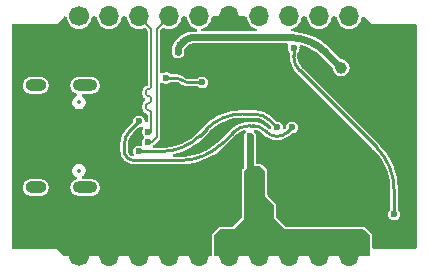
<source format=gbl>
%TF.GenerationSoftware,KiCad,Pcbnew,8.0.2*%
%TF.CreationDate,2025-03-04T21:54:34+01:00*%
%TF.ProjectId,USB-C_PD_Module,5553422d-435f-4504-945f-4d6f64756c65,rev?*%
%TF.SameCoordinates,Original*%
%TF.FileFunction,Copper,L4,Bot*%
%TF.FilePolarity,Positive*%
%FSLAX46Y46*%
G04 Gerber Fmt 4.6, Leading zero omitted, Abs format (unit mm)*
G04 Created by KiCad (PCBNEW 8.0.2) date 2025-03-04 21:54:34*
%MOMM*%
%LPD*%
G01*
G04 APERTURE LIST*
%TA.AperFunction,ComponentPad*%
%ADD10C,1.700000*%
%TD*%
%TA.AperFunction,ComponentPad*%
%ADD11O,1.700000X1.700000*%
%TD*%
%TA.AperFunction,ComponentPad*%
%ADD12O,2.100000X1.000000*%
%TD*%
%TA.AperFunction,ComponentPad*%
%ADD13O,1.800000X1.000000*%
%TD*%
%TA.AperFunction,ViaPad*%
%ADD14C,0.600000*%
%TD*%
%TA.AperFunction,ViaPad*%
%ADD15C,1.000000*%
%TD*%
%TA.AperFunction,Conductor*%
%ADD16C,0.228600*%
%TD*%
%TA.AperFunction,Conductor*%
%ADD17C,0.200000*%
%TD*%
%TA.AperFunction,Conductor*%
%ADD18C,0.609600*%
%TD*%
%ADD19C,0.300000*%
%ADD20C,0.350000*%
%ADD21O,1.700000X0.600000*%
%ADD22O,1.400000X0.600000*%
G04 APERTURE END LIST*
D10*
%TO.P,J3,1,Pin_1*%
%TO.N,/Connector/FAULT*%
X147009600Y-99370401D03*
D11*
%TO.P,J3,2,Pin_2*%
%TO.N,/Connector/FLIP*%
X149549600Y-99370401D03*
%TO.P,J3,3,Pin_3*%
%TO.N,/D-*%
X152089600Y-99370401D03*
%TO.P,J3,4,Pin_4*%
%TO.N,/D+*%
X154629600Y-99370401D03*
%TO.P,J3,5,Pin_5*%
%TO.N,+3V3*%
X157169600Y-99370401D03*
%TO.P,J3,6,Pin_6*%
%TO.N,GND*%
X159709600Y-99370401D03*
%TO.P,J3,7,Pin_7*%
%TO.N,/Connector/ISNK_FINE*%
X162249600Y-99370401D03*
%TO.P,J3,8,Pin_8*%
%TO.N,/Connector/ISNK_COARSE*%
X164789600Y-99370401D03*
%TO.P,J3,9,Pin_9*%
%TO.N,/Connector/VBUS_MAX*%
X167329600Y-99370401D03*
%TO.P,J3,10,Pin_10*%
%TO.N,/Connector/VBUS_MIN*%
X169869600Y-99370401D03*
%TD*%
D12*
%TO.P,J1,S1,SHIELD*%
%TO.N,unconnected-(J1-SHIELD-PadS1)_0*%
X147509600Y-105210401D03*
D13*
%TO.N,unconnected-(J1-SHIELD-PadS1)*%
X143329600Y-105210401D03*
D12*
%TO.N,unconnected-(J1-SHIELD-PadS1)_2*%
X147509600Y-113850401D03*
D13*
%TO.N,unconnected-(J1-SHIELD-PadS1)_1*%
X143329600Y-113850401D03*
%TD*%
D10*
%TO.P,J2,1,Pin_1*%
%TO.N,GND*%
X147014600Y-119690401D03*
D11*
%TO.P,J2,2,Pin_2*%
X149554600Y-119690401D03*
%TO.P,J2,3,Pin_3*%
X152094600Y-119690401D03*
%TO.P,J2,4,Pin_4*%
X154634600Y-119690401D03*
%TO.P,J2,5,Pin_5*%
X157174600Y-119690401D03*
%TO.P,J2,6,Pin_6*%
%TO.N,VBUSOUT*%
X159714600Y-119690401D03*
%TO.P,J2,7,Pin_7*%
X162254600Y-119690401D03*
%TO.P,J2,8,Pin_8*%
X164794600Y-119690401D03*
%TO.P,J2,9,Pin_9*%
X167334600Y-119690401D03*
%TO.P,J2,10,Pin_10*%
X169874600Y-119690401D03*
%TD*%
D14*
%TO.N,/USB-C Connector and Protection/CC1*%
X165043600Y-108768401D03*
X152089600Y-108260401D03*
%TO.N,GND*%
X141929600Y-118420401D03*
X144469600Y-115880401D03*
X174949600Y-108260401D03*
X148279600Y-117150401D03*
X141929600Y-112070401D03*
X157169600Y-108260401D03*
X149295600Y-114356401D03*
X149295600Y-113594401D03*
X141929600Y-109530401D03*
X149549600Y-115880401D03*
X174949600Y-110800401D03*
X149295600Y-112832401D03*
X173679600Y-104450401D03*
X144404600Y-109530401D03*
X143199600Y-110800401D03*
X171647600Y-104958401D03*
X146247600Y-100640401D03*
X158947600Y-109022401D03*
X143199600Y-117150401D03*
X141929600Y-115880401D03*
X145739600Y-108260401D03*
X173679600Y-106990401D03*
X158047142Y-106863401D03*
X144469600Y-112070401D03*
X174949600Y-115880401D03*
X155899600Y-106990401D03*
X141929600Y-106990401D03*
X169615600Y-109022401D03*
X171647600Y-107498401D03*
X149295600Y-106228401D03*
X172409600Y-108260401D03*
X174949600Y-105720401D03*
X144469600Y-106990401D03*
X166567600Y-109022401D03*
X149295600Y-104704401D03*
X149295600Y-105466401D03*
X174949600Y-113340401D03*
X160979600Y-103180401D03*
X143199600Y-108260401D03*
X158439600Y-103180401D03*
X155391600Y-112578401D03*
X150819600Y-117150401D03*
X147009600Y-115880401D03*
X171647600Y-102418401D03*
X174949600Y-118420401D03*
X144469600Y-118420401D03*
D15*
X164977100Y-105538401D03*
D14*
X172409600Y-118420401D03*
X172409600Y-105720401D03*
X151784800Y-109561318D03*
X145739600Y-110800401D03*
X173679600Y-109530401D03*
X156915600Y-112197401D03*
X145739600Y-117150401D03*
X168091600Y-114102401D03*
%TO.N,/D-*%
X152851600Y-109136398D03*
%TO.N,/USB-C Connector and Protection/CC2*%
X163773600Y-108768389D03*
X152089600Y-110800401D03*
%TO.N,/D+*%
X152851600Y-109986398D03*
%TO.N,VBUSOUT*%
X161487600Y-113278404D03*
X161487600Y-114864401D03*
X161487600Y-112578401D03*
X162249600Y-114864401D03*
X162249600Y-116450398D03*
X162249600Y-117212398D03*
X161487600Y-116450398D03*
X162249600Y-115626401D03*
X163011600Y-115626401D03*
X161487600Y-117212398D03*
X163011600Y-117212398D03*
X161487600Y-114102401D03*
X162249600Y-114102401D03*
X162249600Y-113278404D03*
X161487600Y-115626401D03*
X162249600Y-112578401D03*
X161482100Y-109530395D03*
X163011600Y-116450398D03*
%TO.N,+3V3*%
X155391600Y-102418401D03*
D15*
X169203921Y-103713988D03*
D14*
X157169593Y-101091994D03*
%TO.N,/Main Sheet/VBUS_FET_EN*%
X165172100Y-102003201D03*
X173679600Y-116134401D03*
%TO.N,/Connector/FAULT*%
X157423580Y-104958401D03*
X154375600Y-104577401D03*
%TD*%
D16*
%TO.N,/USB-C Connector and Protection/CC1*%
X150819600Y-110292401D02*
X150819600Y-110695190D01*
X155591422Y-111562401D02*
X151686810Y-111562401D01*
X161697963Y-108612101D02*
X161487600Y-108612101D01*
X151358415Y-108991585D02*
X152089600Y-108260401D01*
X164640810Y-109171190D02*
X165043600Y-108768401D01*
X159152749Y-110087250D02*
X160020000Y-109220000D01*
X162906389Y-109171190D02*
X162806450Y-109071251D01*
X162906389Y-109171190D02*
G75*
G03*
X163773600Y-109530407I867211J867190D01*
G01*
X162806450Y-109071251D02*
G75*
G03*
X161697963Y-108612116I-1108450J-1108449D01*
G01*
X151358415Y-108991585D02*
G75*
G03*
X150819591Y-110292401I1300785J-1300815D01*
G01*
X151073600Y-111308401D02*
G75*
G03*
X151686810Y-111562396I613200J613201D01*
G01*
X150819600Y-110695190D02*
G75*
G03*
X151073597Y-111308404I867200J-10D01*
G01*
X164640810Y-109171190D02*
G75*
G02*
X163773600Y-109530406I-867210J867190D01*
G01*
X161487600Y-108612101D02*
G75*
G03*
X160020001Y-109220001I0J-2075499D01*
G01*
X159152749Y-110087250D02*
G75*
G02*
X155591422Y-111562409I-3561349J3561350D01*
G01*
D17*
%TO.N,/D-*%
X153134600Y-105150078D02*
X153134600Y-104450401D01*
X153134600Y-106472052D02*
X153134600Y-106350078D01*
X153134600Y-105272016D02*
X153134600Y-105150078D01*
X153134600Y-104450401D02*
X153134600Y-100415401D01*
X153134600Y-109067001D02*
X153134600Y-107550078D01*
X153134600Y-100415401D02*
X152089600Y-99370401D01*
X153065203Y-109136398D02*
X153134600Y-109067001D01*
X152656574Y-107072052D02*
X152656574Y-106950078D01*
X152656538Y-105872016D02*
X152656538Y-105750078D01*
X152851600Y-109136398D02*
X153065203Y-109136398D01*
X152656538Y-105750078D02*
G75*
G02*
X152895569Y-105511038I239062J-22D01*
G01*
X152656574Y-106950078D02*
G75*
G02*
X152895587Y-106711074I239026J-22D01*
G01*
X152895587Y-106711065D02*
G75*
G03*
X153134565Y-106472052I13J238965D01*
G01*
X152895587Y-107311065D02*
G75*
G02*
X152656635Y-107072052I13J238965D01*
G01*
X152895569Y-105511047D02*
G75*
G03*
X153134647Y-105272016I31J239047D01*
G01*
X152895569Y-106111047D02*
G75*
G02*
X152656553Y-105872016I31J239047D01*
G01*
X153134600Y-106350078D02*
G75*
G03*
X152895569Y-106111100I-239000J-22D01*
G01*
X153134600Y-107550078D02*
G75*
G03*
X152895587Y-107311100I-239000J-22D01*
G01*
D16*
%TO.N,/USB-C Connector and Protection/CC2*%
X160852606Y-107625401D02*
X161822397Y-107625401D01*
X163202106Y-108196895D02*
X163773600Y-108768389D01*
X153994600Y-110800401D02*
X152089600Y-110800401D01*
X157246638Y-109453362D02*
X157817359Y-108882641D01*
X160852606Y-107625401D02*
G75*
G03*
X157817354Y-108882636I-6J-4292499D01*
G01*
X157246638Y-109453362D02*
G75*
G02*
X153994600Y-110800393I-3252038J3252062D01*
G01*
X163202106Y-108196895D02*
G75*
G03*
X161822397Y-107625402I-1379706J-1379705D01*
G01*
D17*
%TO.N,/D+*%
X153584600Y-109559401D02*
X153157603Y-109986398D01*
X154629600Y-99370401D02*
X153584600Y-100415401D01*
X153157603Y-109986398D02*
X152851600Y-109986398D01*
X153584600Y-100415401D02*
X153584600Y-109559401D01*
D18*
%TO.N,VBUSOUT*%
X161487600Y-112578401D02*
X161487600Y-109535895D01*
X161487600Y-109535895D02*
X161482100Y-109530395D01*
%TO.N,+3V3*%
X157226000Y-101148401D02*
X157169593Y-101091994D01*
X157111733Y-101149854D02*
X157169593Y-101091994D01*
X164824190Y-101148401D02*
X157226000Y-101148401D01*
X169203921Y-103713988D02*
X167921127Y-102431194D01*
X156618065Y-101149854D02*
X157111733Y-101149854D01*
X155564930Y-101754817D02*
X155781473Y-101538274D01*
X155391600Y-102418401D02*
X155391600Y-102173274D01*
X167921127Y-102431194D02*
G75*
G03*
X164824190Y-101148399I-3096927J-3096906D01*
G01*
X155781473Y-101538274D02*
G75*
G02*
X156618064Y-101149847I953927J-959426D01*
G01*
X155391600Y-102173274D02*
G75*
G02*
X155564941Y-101754828I591800J-26D01*
G01*
D16*
%TO.N,/Main Sheet/VBUS_FET_EN*%
X165172100Y-102719551D02*
X165172100Y-102003201D01*
X165678635Y-103942436D02*
X172197857Y-110461658D01*
X173679600Y-114038901D02*
X173679600Y-116134401D01*
X172197857Y-110461658D02*
G75*
G02*
X173679595Y-114038901I-3577257J-3577242D01*
G01*
X165172100Y-102719551D02*
G75*
G03*
X165678615Y-103942456I1729400J-49D01*
G01*
%TO.N,/Connector/FAULT*%
X155249192Y-104577401D02*
X154375600Y-104577401D01*
X156169007Y-104958401D02*
X157423580Y-104958401D01*
X155709100Y-104767901D02*
G75*
G03*
X156169007Y-104958398I459900J459901D01*
G01*
X155709100Y-104767901D02*
G75*
G03*
X155249192Y-104577404I-459900J-459899D01*
G01*
%TD*%
%TA.AperFunction,Conductor*%
%TO.N,GND*%
G36*
X145908669Y-99390086D02*
G01*
X145954424Y-99442890D01*
X145965033Y-99482247D01*
X145974299Y-99576333D01*
X145974300Y-99576335D01*
X146034368Y-99774355D01*
X146131915Y-99956851D01*
X146131917Y-99956853D01*
X146263189Y-100116811D01*
X146334022Y-100174941D01*
X146423150Y-100248086D01*
X146605646Y-100345633D01*
X146803666Y-100405701D01*
X146803665Y-100405701D01*
X146822129Y-100407519D01*
X147009600Y-100425984D01*
X147215534Y-100405701D01*
X147413554Y-100345633D01*
X147596050Y-100248086D01*
X147756010Y-100116811D01*
X147887285Y-99956851D01*
X147984832Y-99774355D01*
X148044900Y-99576335D01*
X148054167Y-99482247D01*
X148080328Y-99417460D01*
X148137362Y-99377101D01*
X148177570Y-99370401D01*
X148381630Y-99370401D01*
X148448669Y-99390086D01*
X148494424Y-99442890D01*
X148505033Y-99482247D01*
X148514299Y-99576333D01*
X148514300Y-99576335D01*
X148574368Y-99774355D01*
X148671915Y-99956851D01*
X148671917Y-99956853D01*
X148803189Y-100116811D01*
X148874022Y-100174941D01*
X148963150Y-100248086D01*
X149145646Y-100345633D01*
X149343666Y-100405701D01*
X149343665Y-100405701D01*
X149362129Y-100407519D01*
X149549600Y-100425984D01*
X149755534Y-100405701D01*
X149953554Y-100345633D01*
X150136050Y-100248086D01*
X150296010Y-100116811D01*
X150427285Y-99956851D01*
X150524832Y-99774355D01*
X150584900Y-99576335D01*
X150594167Y-99482247D01*
X150620328Y-99417460D01*
X150677362Y-99377101D01*
X150717570Y-99370401D01*
X150921630Y-99370401D01*
X150988669Y-99390086D01*
X151034424Y-99442890D01*
X151045033Y-99482247D01*
X151054299Y-99576333D01*
X151054300Y-99576335D01*
X151114368Y-99774355D01*
X151211915Y-99956851D01*
X151211917Y-99956853D01*
X151343189Y-100116811D01*
X151414022Y-100174941D01*
X151503150Y-100248086D01*
X151685646Y-100345633D01*
X151883666Y-100405701D01*
X151883665Y-100405701D01*
X151902129Y-100407519D01*
X152089600Y-100425984D01*
X152295534Y-100405701D01*
X152493554Y-100345633D01*
X152507791Y-100338022D01*
X152576192Y-100323780D01*
X152641437Y-100348778D01*
X152653927Y-100359699D01*
X152797781Y-100503553D01*
X152831266Y-100564876D01*
X152834100Y-100591234D01*
X152834100Y-105111815D01*
X152814415Y-105178854D01*
X152761611Y-105224609D01*
X152737708Y-105232703D01*
X152716224Y-105237609D01*
X152716216Y-105237612D01*
X152606696Y-105290363D01*
X152511651Y-105366164D01*
X152435852Y-105461214D01*
X152435851Y-105461215D01*
X152383104Y-105570737D01*
X152383102Y-105570743D01*
X152383102Y-105570744D01*
X152363423Y-105656943D01*
X152356043Y-105689267D01*
X152356041Y-105703463D01*
X152356038Y-105703529D01*
X152356038Y-105750063D01*
X152356032Y-105807594D01*
X152356038Y-105807667D01*
X152356038Y-105815369D01*
X152356034Y-105815425D01*
X152356038Y-105872035D01*
X152356038Y-105919145D01*
X152356054Y-105919414D01*
X152356055Y-105932818D01*
X152383113Y-106051342D01*
X152435857Y-106160865D01*
X152435859Y-106160868D01*
X152435861Y-106160871D01*
X152511657Y-106255919D01*
X152584632Y-106314121D01*
X152624770Y-106371311D01*
X152627617Y-106441122D01*
X152592268Y-106501391D01*
X152584627Y-106508012D01*
X152511692Y-106566174D01*
X152435889Y-106661223D01*
X152383143Y-106770735D01*
X152383138Y-106770752D01*
X152356079Y-106889265D01*
X152356077Y-106903463D01*
X152356074Y-106903529D01*
X152356074Y-106950063D01*
X152356068Y-107007594D01*
X152356074Y-107007667D01*
X152356074Y-107119357D01*
X152356125Y-107120143D01*
X152356123Y-107132780D01*
X152356124Y-107132784D01*
X152383153Y-107251309D01*
X152383154Y-107251311D01*
X152383155Y-107251315D01*
X152435888Y-107360861D01*
X152435889Y-107360862D01*
X152511675Y-107455921D01*
X152511676Y-107455921D01*
X152511678Y-107455924D01*
X152606722Y-107531738D01*
X152606723Y-107531738D01*
X152606724Y-107531739D01*
X152606725Y-107531740D01*
X152663357Y-107559018D01*
X152716254Y-107584499D01*
X152716257Y-107584499D01*
X152716258Y-107584500D01*
X152737701Y-107589396D01*
X152798677Y-107623509D01*
X152831531Y-107685173D01*
X152834100Y-107710285D01*
X152834100Y-108187912D01*
X152814415Y-108254951D01*
X152761611Y-108300706D01*
X152692453Y-108310650D01*
X152628897Y-108281625D01*
X152591123Y-108222847D01*
X152587362Y-108205559D01*
X152574765Y-108117944D01*
X152535919Y-108032884D01*
X152514977Y-107987028D01*
X152420728Y-107878258D01*
X152299653Y-107800448D01*
X152299651Y-107800447D01*
X152299649Y-107800446D01*
X152299650Y-107800446D01*
X152161563Y-107759901D01*
X152161561Y-107759901D01*
X152017639Y-107759901D01*
X152017636Y-107759901D01*
X151879549Y-107800446D01*
X151758473Y-107878257D01*
X151758472Y-107878257D01*
X151758472Y-107878258D01*
X151745890Y-107892778D01*
X151664223Y-107987027D01*
X151664222Y-107987029D01*
X151604434Y-108117944D01*
X151583953Y-108260402D01*
X151583953Y-108269270D01*
X151580263Y-108269270D01*
X151572615Y-108321322D01*
X151547661Y-108357143D01*
X151154056Y-108750749D01*
X151154054Y-108750752D01*
X151135818Y-108768987D01*
X151101285Y-108803521D01*
X151101209Y-108803607D01*
X151050274Y-108854540D01*
X150899404Y-109043721D01*
X150899397Y-109043731D01*
X150770655Y-109248619D01*
X150665662Y-109466636D01*
X150665659Y-109466643D01*
X150585740Y-109695036D01*
X150585738Y-109695045D01*
X150531893Y-109930952D01*
X150531890Y-109930966D01*
X150504800Y-110171404D01*
X150504800Y-110743645D01*
X150504803Y-110743698D01*
X150504803Y-110788213D01*
X150533906Y-110971976D01*
X150533907Y-110971981D01*
X150533908Y-110971983D01*
X150591397Y-111148920D01*
X150591399Y-111148923D01*
X150675865Y-111314698D01*
X150785224Y-111465218D01*
X150785226Y-111465220D01*
X150808676Y-111488670D01*
X150808679Y-111488674D01*
X150818273Y-111498268D01*
X150818281Y-111498283D01*
X150851000Y-111531001D01*
X150851000Y-111531002D01*
X150916780Y-111596781D01*
X151067301Y-111706140D01*
X151233076Y-111790606D01*
X151410024Y-111848099D01*
X151593787Y-111877202D01*
X151686814Y-111877201D01*
X155540054Y-111877201D01*
X155540077Y-111877207D01*
X155591423Y-111877207D01*
X155591423Y-111877208D01*
X155801676Y-111877207D01*
X156220884Y-111844213D01*
X156636211Y-111778430D01*
X157045097Y-111680264D01*
X157445020Y-111550320D01*
X157833515Y-111389399D01*
X158208187Y-111198494D01*
X158566726Y-110978780D01*
X158906921Y-110731614D01*
X159226675Y-110458518D01*
X159335828Y-110349363D01*
X159335833Y-110349360D01*
X159346039Y-110339153D01*
X159346041Y-110339153D01*
X160239721Y-109445472D01*
X160245615Y-109439951D01*
X160409654Y-109296093D01*
X160422507Y-109286231D01*
X160583591Y-109178599D01*
X160600494Y-109167305D01*
X160614534Y-109159198D01*
X160806533Y-109064514D01*
X160821498Y-109058316D01*
X160950844Y-109014408D01*
X161020653Y-109011500D01*
X161080953Y-109046794D01*
X161112599Y-109109086D01*
X161105543Y-109178599D01*
X161082402Y-109213457D01*
X161082705Y-109213689D01*
X161079324Y-109218094D01*
X161078390Y-109219502D01*
X161077763Y-109220128D01*
X161077758Y-109220135D01*
X161011236Y-109335356D01*
X161011234Y-109335361D01*
X160999729Y-109378298D01*
X160998929Y-109381147D01*
X160995802Y-109391791D01*
X160994782Y-109396762D01*
X160976801Y-109463871D01*
X160976801Y-109463874D01*
X160976801Y-109519109D01*
X160976453Y-109523974D01*
X160976453Y-109536825D01*
X160976801Y-109541685D01*
X160976801Y-109596919D01*
X160977349Y-109598963D01*
X160978075Y-109601672D01*
X160982300Y-109633766D01*
X160982300Y-112106718D01*
X160962615Y-112173757D01*
X160945981Y-112194399D01*
X160870614Y-112269766D01*
X160870612Y-112269767D01*
X160855925Y-112286117D01*
X160855913Y-112286131D01*
X160839272Y-112306780D01*
X160802109Y-112377825D01*
X160782426Y-112444857D01*
X160782425Y-112444865D01*
X160774101Y-112502762D01*
X160774100Y-112502766D01*
X160774100Y-116378919D01*
X160754415Y-116445958D01*
X160737781Y-116466600D01*
X160041799Y-117162582D01*
X159980476Y-117196067D01*
X159954118Y-117198901D01*
X158998961Y-117198901D01*
X158976981Y-117200079D01*
X158950634Y-117202912D01*
X158950632Y-117202913D01*
X158874121Y-117226871D01*
X158874116Y-117226872D01*
X158812788Y-117260361D01*
X158765984Y-117295399D01*
X158765963Y-117295417D01*
X158330613Y-117730766D01*
X158330612Y-117730767D01*
X158315925Y-117747117D01*
X158315913Y-117747131D01*
X158299272Y-117767780D01*
X158262109Y-117838825D01*
X158242426Y-117905857D01*
X158242425Y-117905865D01*
X158234101Y-117963762D01*
X158234100Y-117963766D01*
X158234100Y-119566401D01*
X158214415Y-119633440D01*
X158161611Y-119679195D01*
X158110100Y-119690401D01*
X145790962Y-119690401D01*
X145723923Y-119670716D01*
X145703281Y-119654082D01*
X145104600Y-119055401D01*
X141418600Y-119055401D01*
X141351561Y-119035716D01*
X141305806Y-118982912D01*
X141294600Y-118931401D01*
X141294600Y-113919396D01*
X142229099Y-113919396D01*
X142256018Y-114054723D01*
X142256021Y-114054733D01*
X142308821Y-114182205D01*
X142308828Y-114182218D01*
X142385485Y-114296942D01*
X142385488Y-114296946D01*
X142483054Y-114394512D01*
X142483058Y-114394515D01*
X142597782Y-114471172D01*
X142597795Y-114471179D01*
X142668045Y-114500277D01*
X142725272Y-114523981D01*
X142725276Y-114523981D01*
X142725277Y-114523982D01*
X142860604Y-114550901D01*
X142860607Y-114550901D01*
X143798595Y-114550901D01*
X143889641Y-114532790D01*
X143933928Y-114523981D01*
X144061411Y-114471176D01*
X144176142Y-114394515D01*
X144273714Y-114296943D01*
X144350375Y-114182212D01*
X144403180Y-114054729D01*
X144414577Y-113997434D01*
X144430100Y-113919396D01*
X146259099Y-113919396D01*
X146286018Y-114054723D01*
X146286021Y-114054733D01*
X146338821Y-114182205D01*
X146338828Y-114182218D01*
X146415485Y-114296942D01*
X146415488Y-114296946D01*
X146513054Y-114394512D01*
X146513058Y-114394515D01*
X146627782Y-114471172D01*
X146627795Y-114471179D01*
X146698045Y-114500277D01*
X146755272Y-114523981D01*
X146755276Y-114523981D01*
X146755277Y-114523982D01*
X146890604Y-114550901D01*
X146890607Y-114550901D01*
X148128595Y-114550901D01*
X148219641Y-114532790D01*
X148263928Y-114523981D01*
X148391411Y-114471176D01*
X148506142Y-114394515D01*
X148603714Y-114296943D01*
X148680375Y-114182212D01*
X148733180Y-114054729D01*
X148744577Y-113997434D01*
X148760100Y-113919396D01*
X148760100Y-113781405D01*
X148733181Y-113646078D01*
X148733180Y-113646077D01*
X148733180Y-113646073D01*
X148733178Y-113646068D01*
X148680378Y-113518596D01*
X148680371Y-113518583D01*
X148603714Y-113403859D01*
X148603711Y-113403855D01*
X148506145Y-113306289D01*
X148506141Y-113306286D01*
X148391417Y-113229629D01*
X148391404Y-113229622D01*
X148263932Y-113176822D01*
X148263922Y-113176819D01*
X148128595Y-113149901D01*
X148128593Y-113149901D01*
X147359844Y-113149901D01*
X147292805Y-113130216D01*
X147247050Y-113077412D01*
X147237106Y-113008254D01*
X147266131Y-112944698D01*
X147297844Y-112918514D01*
X147324338Y-112903217D01*
X147362965Y-112880916D01*
X147470115Y-112773766D01*
X147545881Y-112642536D01*
X147585100Y-112496167D01*
X147585100Y-112344635D01*
X147545881Y-112198266D01*
X147470115Y-112067036D01*
X147362965Y-111959886D01*
X147297350Y-111922003D01*
X147231736Y-111884120D01*
X147158550Y-111864510D01*
X147085366Y-111844901D01*
X146933834Y-111844901D01*
X146787463Y-111884120D01*
X146656235Y-111959886D01*
X146656232Y-111959888D01*
X146549087Y-112067033D01*
X146549085Y-112067036D01*
X146473319Y-112198264D01*
X146449776Y-112286131D01*
X146434100Y-112344635D01*
X146434100Y-112496167D01*
X146435868Y-112502766D01*
X146473319Y-112642537D01*
X146511202Y-112708151D01*
X146549085Y-112773766D01*
X146656235Y-112880916D01*
X146656236Y-112880917D01*
X146656238Y-112880918D01*
X146778624Y-112951578D01*
X146826840Y-113002145D01*
X146840062Y-113070752D01*
X146814094Y-113135617D01*
X146760581Y-113173722D01*
X146760899Y-113174490D01*
X146757564Y-113175871D01*
X146757180Y-113176145D01*
X146755900Y-113176560D01*
X146627795Y-113229622D01*
X146627782Y-113229629D01*
X146513058Y-113306286D01*
X146513054Y-113306289D01*
X146415488Y-113403855D01*
X146415485Y-113403859D01*
X146338828Y-113518583D01*
X146338821Y-113518596D01*
X146286021Y-113646068D01*
X146286018Y-113646078D01*
X146259100Y-113781405D01*
X146259100Y-113781408D01*
X146259100Y-113919394D01*
X146259100Y-113919396D01*
X146259099Y-113919396D01*
X144430100Y-113919396D01*
X144430100Y-113781405D01*
X144403181Y-113646078D01*
X144403180Y-113646077D01*
X144403180Y-113646073D01*
X144403178Y-113646068D01*
X144350378Y-113518596D01*
X144350371Y-113518583D01*
X144273714Y-113403859D01*
X144273711Y-113403855D01*
X144176145Y-113306289D01*
X144176141Y-113306286D01*
X144061417Y-113229629D01*
X144061404Y-113229622D01*
X143933932Y-113176822D01*
X143933922Y-113176819D01*
X143798595Y-113149901D01*
X143798593Y-113149901D01*
X142860607Y-113149901D01*
X142860605Y-113149901D01*
X142725277Y-113176819D01*
X142725267Y-113176822D01*
X142597795Y-113229622D01*
X142597782Y-113229629D01*
X142483058Y-113306286D01*
X142483054Y-113306289D01*
X142385488Y-113403855D01*
X142385485Y-113403859D01*
X142308828Y-113518583D01*
X142308821Y-113518596D01*
X142256021Y-113646068D01*
X142256018Y-113646078D01*
X142229100Y-113781405D01*
X142229100Y-113781408D01*
X142229100Y-113919394D01*
X142229100Y-113919396D01*
X142229099Y-113919396D01*
X141294600Y-113919396D01*
X141294600Y-105279396D01*
X142229099Y-105279396D01*
X142256018Y-105414723D01*
X142256021Y-105414733D01*
X142308821Y-105542205D01*
X142308828Y-105542218D01*
X142385485Y-105656942D01*
X142385488Y-105656946D01*
X142483054Y-105754512D01*
X142483058Y-105754515D01*
X142597782Y-105831172D01*
X142597795Y-105831179D01*
X142696434Y-105872036D01*
X142725272Y-105883981D01*
X142725276Y-105883981D01*
X142725277Y-105883982D01*
X142860604Y-105910901D01*
X142860607Y-105910901D01*
X143798595Y-105910901D01*
X143922209Y-105886312D01*
X143933928Y-105883981D01*
X144061411Y-105831176D01*
X144176142Y-105754515D01*
X144273714Y-105656943D01*
X144350375Y-105542212D01*
X144403180Y-105414729D01*
X144412840Y-105366164D01*
X144430100Y-105279396D01*
X146259099Y-105279396D01*
X146286018Y-105414723D01*
X146286021Y-105414733D01*
X146338821Y-105542205D01*
X146338828Y-105542218D01*
X146415485Y-105656942D01*
X146415488Y-105656946D01*
X146513054Y-105754512D01*
X146513058Y-105754515D01*
X146627782Y-105831172D01*
X146627795Y-105831179D01*
X146760899Y-105886312D01*
X146760150Y-105888118D01*
X146811041Y-105921453D01*
X146839511Y-105985259D01*
X146828965Y-106054328D01*
X146782752Y-106106732D01*
X146778625Y-106109223D01*
X146656235Y-106179886D01*
X146656232Y-106179888D01*
X146549087Y-106287033D01*
X146549085Y-106287036D01*
X146473319Y-106418264D01*
X146453996Y-106490380D01*
X146434100Y-106564635D01*
X146434100Y-106716167D01*
X146448726Y-106770752D01*
X146473319Y-106862537D01*
X146496948Y-106903463D01*
X146549085Y-106993766D01*
X146656235Y-107100916D01*
X146787465Y-107176682D01*
X146933834Y-107215901D01*
X146933836Y-107215901D01*
X147085364Y-107215901D01*
X147085366Y-107215901D01*
X147231735Y-107176682D01*
X147362965Y-107100916D01*
X147470115Y-106993766D01*
X147545881Y-106862536D01*
X147585100Y-106716167D01*
X147585100Y-106564635D01*
X147545881Y-106418266D01*
X147470115Y-106287036D01*
X147362965Y-106179886D01*
X147362963Y-106179885D01*
X147362961Y-106179883D01*
X147297844Y-106142288D01*
X147249628Y-106091721D01*
X147236406Y-106023114D01*
X147262374Y-105958249D01*
X147319288Y-105917721D01*
X147359844Y-105910901D01*
X148128595Y-105910901D01*
X148252209Y-105886312D01*
X148263928Y-105883981D01*
X148391411Y-105831176D01*
X148506142Y-105754515D01*
X148603714Y-105656943D01*
X148680375Y-105542212D01*
X148733180Y-105414729D01*
X148742840Y-105366164D01*
X148760100Y-105279396D01*
X148760100Y-105141405D01*
X148733181Y-105006078D01*
X148733180Y-105006077D01*
X148733180Y-105006073D01*
X148708753Y-104947100D01*
X148680378Y-104878596D01*
X148680371Y-104878583D01*
X148603714Y-104763859D01*
X148603711Y-104763855D01*
X148506145Y-104666289D01*
X148506141Y-104666286D01*
X148391417Y-104589629D01*
X148391404Y-104589622D01*
X148263932Y-104536822D01*
X148263922Y-104536819D01*
X148128595Y-104509901D01*
X148128593Y-104509901D01*
X146890607Y-104509901D01*
X146890605Y-104509901D01*
X146755277Y-104536819D01*
X146755267Y-104536822D01*
X146627795Y-104589622D01*
X146627782Y-104589629D01*
X146513058Y-104666286D01*
X146513054Y-104666289D01*
X146415488Y-104763855D01*
X146415485Y-104763859D01*
X146338828Y-104878583D01*
X146338821Y-104878596D01*
X146286021Y-105006068D01*
X146286018Y-105006078D01*
X146259100Y-105141405D01*
X146259100Y-105141408D01*
X146259100Y-105279394D01*
X146259100Y-105279396D01*
X146259099Y-105279396D01*
X144430100Y-105279396D01*
X144430100Y-105141405D01*
X144403181Y-105006078D01*
X144403180Y-105006077D01*
X144403180Y-105006073D01*
X144378753Y-104947100D01*
X144350378Y-104878596D01*
X144350371Y-104878583D01*
X144273714Y-104763859D01*
X144273711Y-104763855D01*
X144176145Y-104666289D01*
X144176141Y-104666286D01*
X144061417Y-104589629D01*
X144061404Y-104589622D01*
X143933932Y-104536822D01*
X143933922Y-104536819D01*
X143798595Y-104509901D01*
X143798593Y-104509901D01*
X142860607Y-104509901D01*
X142860605Y-104509901D01*
X142725277Y-104536819D01*
X142725267Y-104536822D01*
X142597795Y-104589622D01*
X142597782Y-104589629D01*
X142483058Y-104666286D01*
X142483054Y-104666289D01*
X142385488Y-104763855D01*
X142385485Y-104763859D01*
X142308828Y-104878583D01*
X142308821Y-104878596D01*
X142256021Y-105006068D01*
X142256018Y-105006078D01*
X142229100Y-105141405D01*
X142229100Y-105141408D01*
X142229100Y-105279394D01*
X142229100Y-105279396D01*
X142229099Y-105279396D01*
X141294600Y-105279396D01*
X141294600Y-100129401D01*
X141314285Y-100062362D01*
X141367089Y-100016607D01*
X141418600Y-100005401D01*
X145104600Y-100005401D01*
X145703281Y-99406720D01*
X145764604Y-99373235D01*
X145790962Y-99370401D01*
X145841630Y-99370401D01*
X145908669Y-99390086D01*
G37*
%TD.AperFunction*%
%TA.AperFunction,Conductor*%
G36*
X156068669Y-99390086D02*
G01*
X156114424Y-99442890D01*
X156125033Y-99482247D01*
X156134299Y-99576333D01*
X156134300Y-99576335D01*
X156194368Y-99774355D01*
X156291915Y-99956851D01*
X156291917Y-99956853D01*
X156423189Y-100116811D01*
X156494022Y-100174941D01*
X156583150Y-100248086D01*
X156765646Y-100345633D01*
X156941698Y-100399037D01*
X157000137Y-100437335D01*
X157028593Y-100501147D01*
X157018033Y-100570214D01*
X156971809Y-100622608D01*
X156967710Y-100625081D01*
X156962764Y-100627937D01*
X156900757Y-100644554D01*
X156673257Y-100644554D01*
X156651671Y-100642661D01*
X156640515Y-100640688D01*
X156604689Y-100643807D01*
X156601478Y-100644087D01*
X156590727Y-100644554D01*
X156551541Y-100644554D01*
X156540688Y-100647461D01*
X156519339Y-100651218D01*
X156466791Y-100655783D01*
X156255514Y-100699223D01*
X156050657Y-100766822D01*
X155855023Y-100857656D01*
X155671201Y-100970517D01*
X155501670Y-101103886D01*
X155501650Y-101103904D01*
X155477931Y-101127496D01*
X155475661Y-101129483D01*
X155424602Y-101180541D01*
X155424352Y-101180790D01*
X155373656Y-101231196D01*
X155371529Y-101233613D01*
X155220300Y-101384844D01*
X155220299Y-101384844D01*
X155207634Y-101397508D01*
X155207635Y-101397509D01*
X155155065Y-101450080D01*
X155154935Y-101450228D01*
X155146598Y-101458564D01*
X155146595Y-101458568D01*
X155146592Y-101458571D01*
X155146592Y-101458572D01*
X155143198Y-101463243D01*
X155045090Y-101598272D01*
X155045087Y-101598276D01*
X154966690Y-101752129D01*
X154966690Y-101752130D01*
X154913324Y-101916357D01*
X154896746Y-102021001D01*
X154886303Y-102086915D01*
X154886303Y-102099126D01*
X154886300Y-102099180D01*
X154886300Y-102173251D01*
X154886297Y-102248015D01*
X154886300Y-102248060D01*
X154886300Y-102407122D01*
X154885953Y-102411973D01*
X154885953Y-102424838D01*
X154886300Y-102429684D01*
X154886300Y-102484929D01*
X154904284Y-102552048D01*
X154905303Y-102557008D01*
X154908409Y-102567576D01*
X154909214Y-102570443D01*
X154920735Y-102613437D01*
X154920737Y-102613442D01*
X154953219Y-102669701D01*
X154987260Y-102728662D01*
X155081339Y-102822741D01*
X155162328Y-102869500D01*
X155196558Y-102889263D01*
X155196559Y-102889264D01*
X155196561Y-102889264D01*
X155196562Y-102889265D01*
X155325076Y-102923701D01*
X155325078Y-102923701D01*
X155458122Y-102923701D01*
X155458124Y-102923701D01*
X155586638Y-102889265D01*
X155701861Y-102822741D01*
X155795940Y-102728662D01*
X155862464Y-102613439D01*
X155873991Y-102570416D01*
X155874785Y-102567594D01*
X155877904Y-102556984D01*
X155878922Y-102552017D01*
X155896900Y-102484925D01*
X155896900Y-102429684D01*
X155897247Y-102424838D01*
X155897247Y-102411973D01*
X155896900Y-102407122D01*
X155896900Y-102188812D01*
X155916585Y-102121773D01*
X155933220Y-102101130D01*
X155935224Y-102099126D01*
X155969266Y-102065085D01*
X155969266Y-102065083D01*
X155978163Y-102056187D01*
X155978170Y-102056177D01*
X156133837Y-101900511D01*
X156142034Y-101893020D01*
X156242489Y-101809167D01*
X156260148Y-101796862D01*
X156369065Y-101734263D01*
X156388595Y-101725195D01*
X156506710Y-101682385D01*
X156527504Y-101676837D01*
X156640368Y-101657021D01*
X156661810Y-101655154D01*
X157178258Y-101655154D01*
X157181244Y-101654761D01*
X157197424Y-101653701D01*
X164588541Y-101653701D01*
X164655580Y-101673386D01*
X164701335Y-101726190D01*
X164711279Y-101795348D01*
X164701335Y-101829213D01*
X164686934Y-101860744D01*
X164666453Y-102003201D01*
X164686934Y-102145657D01*
X164699557Y-102173296D01*
X164746723Y-102276574D01*
X164827014Y-102369235D01*
X164856038Y-102432789D01*
X164857300Y-102450436D01*
X164857300Y-102768668D01*
X164857326Y-102769090D01*
X164857326Y-102822738D01*
X164857326Y-102834343D01*
X164866094Y-102912176D01*
X164883027Y-103062503D01*
X164883027Y-103062504D01*
X164934112Y-103286343D01*
X164934113Y-103286348D01*
X165009941Y-103503067D01*
X165009944Y-103503074D01*
X165109553Y-103709923D01*
X165109554Y-103709926D01*
X165189535Y-103837220D01*
X165218213Y-103882862D01*
X165231708Y-103904339D01*
X165231717Y-103904352D01*
X165374858Y-104083851D01*
X165374860Y-104083853D01*
X165422387Y-104131381D01*
X165422418Y-104131415D01*
X171935662Y-110644657D01*
X171935683Y-110644680D01*
X171973533Y-110682529D01*
X171976909Y-110686040D01*
X172224815Y-110954225D01*
X172231131Y-110961620D01*
X172455729Y-111246522D01*
X172461437Y-111254378D01*
X172662988Y-111556023D01*
X172668067Y-111564310D01*
X172843297Y-111877206D01*
X172845331Y-111880837D01*
X172849751Y-111889512D01*
X173001627Y-112218958D01*
X173005353Y-112227954D01*
X173130914Y-112568305D01*
X173133922Y-112577564D01*
X173232389Y-112926701D01*
X173234662Y-112936169D01*
X173305433Y-113291958D01*
X173306957Y-113301575D01*
X173349597Y-113661849D01*
X173350360Y-113671555D01*
X173364704Y-114036627D01*
X173364800Y-114041495D01*
X173364800Y-115687165D01*
X173345115Y-115754204D01*
X173334513Y-115768367D01*
X173254225Y-115861023D01*
X173254222Y-115861029D01*
X173194434Y-115991944D01*
X173173953Y-116134401D01*
X173194434Y-116276857D01*
X173241045Y-116378919D01*
X173254223Y-116407774D01*
X173348472Y-116516544D01*
X173469547Y-116594354D01*
X173469550Y-116594355D01*
X173469549Y-116594355D01*
X173607636Y-116634900D01*
X173607638Y-116634901D01*
X173607639Y-116634901D01*
X173751562Y-116634901D01*
X173751562Y-116634900D01*
X173889653Y-116594354D01*
X174010728Y-116516544D01*
X174104977Y-116407774D01*
X174164765Y-116276858D01*
X174185247Y-116134401D01*
X174164765Y-115991944D01*
X174104977Y-115861028D01*
X174104975Y-115861026D01*
X174104974Y-115861023D01*
X174024687Y-115768367D01*
X173995662Y-115704812D01*
X173994400Y-115687165D01*
X173994400Y-113989583D01*
X173994394Y-113989489D01*
X173994394Y-113827772D01*
X173994394Y-113827765D01*
X173961263Y-113406794D01*
X173895205Y-112989720D01*
X173796628Y-112579114D01*
X173756118Y-112454436D01*
X173666141Y-112177514D01*
X173636816Y-112106718D01*
X173504542Y-111787379D01*
X173312835Y-111411131D01*
X173092199Y-111051084D01*
X172843993Y-110709458D01*
X172831810Y-110695194D01*
X172736010Y-110583025D01*
X172569750Y-110388358D01*
X172479041Y-110297649D01*
X172479037Y-110297642D01*
X172380880Y-110199485D01*
X172380857Y-110199464D01*
X165904103Y-103722709D01*
X165898569Y-103716801D01*
X165784579Y-103586816D01*
X165774731Y-103573983D01*
X165680941Y-103433611D01*
X165672839Y-103419576D01*
X165598188Y-103268191D01*
X165591983Y-103253210D01*
X165589556Y-103246059D01*
X165537730Y-103093375D01*
X165533537Y-103077725D01*
X165500609Y-102912165D01*
X165498495Y-102896105D01*
X165487164Y-102723156D01*
X165486900Y-102715060D01*
X165486901Y-102669701D01*
X165486900Y-102669697D01*
X165486900Y-102450436D01*
X165506585Y-102383397D01*
X165517179Y-102369242D01*
X165597477Y-102276574D01*
X165657265Y-102145658D01*
X165677747Y-102003201D01*
X165666059Y-101921911D01*
X165676002Y-101852756D01*
X165721757Y-101799952D01*
X165788796Y-101780267D01*
X165815631Y-101783205D01*
X165821681Y-101784546D01*
X165832131Y-101787346D01*
X166144168Y-101885730D01*
X166154314Y-101889423D01*
X166456602Y-102014635D01*
X166466393Y-102019201D01*
X166756609Y-102170278D01*
X166765970Y-102175683D01*
X166924336Y-102276574D01*
X167041894Y-102351467D01*
X167050755Y-102357670D01*
X167310343Y-102556860D01*
X167318606Y-102563794D01*
X167498523Y-102728658D01*
X167561877Y-102786712D01*
X167565784Y-102790453D01*
X168469255Y-103693924D01*
X168502740Y-103755247D01*
X168504670Y-103766657D01*
X168518780Y-103882858D01*
X168518781Y-103882863D01*
X168579103Y-104041918D01*
X168579103Y-104041919D01*
X168631238Y-104117448D01*
X168675738Y-104181917D01*
X168744592Y-104242916D01*
X168803071Y-104294724D01*
X168953694Y-104373777D01*
X168953696Y-104373778D01*
X169118865Y-104414488D01*
X169288977Y-104414488D01*
X169454146Y-104373778D01*
X169533613Y-104332069D01*
X169604770Y-104294724D01*
X169604771Y-104294722D01*
X169604773Y-104294722D01*
X169732104Y-104181917D01*
X169828739Y-104041918D01*
X169889061Y-103882860D01*
X169909566Y-103713988D01*
X169889061Y-103545116D01*
X169828739Y-103386058D01*
X169732104Y-103246059D01*
X169604773Y-103133254D01*
X169604770Y-103133251D01*
X169454147Y-103054198D01*
X169288977Y-103013488D01*
X169269385Y-103013488D01*
X169202346Y-102993803D01*
X169181704Y-102977169D01*
X168225558Y-102021023D01*
X168225533Y-102021001D01*
X168142711Y-101938178D01*
X167850815Y-101688874D01*
X167540268Y-101463247D01*
X167540246Y-101463233D01*
X167212978Y-101262682D01*
X167212967Y-101262675D01*
X166960297Y-101133933D01*
X166870934Y-101088400D01*
X166757312Y-101041336D01*
X166516281Y-100941498D01*
X166256524Y-100857098D01*
X166151208Y-100822879D01*
X165777947Y-100733267D01*
X165777941Y-100733266D01*
X165398814Y-100673219D01*
X165398808Y-100673218D01*
X165398806Y-100673218D01*
X165398800Y-100673217D01*
X165398795Y-100673217D01*
X165033400Y-100644460D01*
X164968112Y-100619576D01*
X164926641Y-100563345D01*
X164922154Y-100493619D01*
X164956076Y-100432537D01*
X165007129Y-100402183D01*
X165193554Y-100345633D01*
X165376050Y-100248086D01*
X165536010Y-100116811D01*
X165667285Y-99956851D01*
X165764832Y-99774355D01*
X165824900Y-99576335D01*
X165834167Y-99482247D01*
X165860328Y-99417460D01*
X165917362Y-99377101D01*
X165957570Y-99370401D01*
X166161630Y-99370401D01*
X166228669Y-99390086D01*
X166274424Y-99442890D01*
X166285033Y-99482247D01*
X166294299Y-99576333D01*
X166294300Y-99576335D01*
X166354368Y-99774355D01*
X166451915Y-99956851D01*
X166451917Y-99956853D01*
X166583189Y-100116811D01*
X166654022Y-100174941D01*
X166743150Y-100248086D01*
X166925646Y-100345633D01*
X167123666Y-100405701D01*
X167123665Y-100405701D01*
X167142129Y-100407519D01*
X167329600Y-100425984D01*
X167535534Y-100405701D01*
X167733554Y-100345633D01*
X167916050Y-100248086D01*
X168076010Y-100116811D01*
X168207285Y-99956851D01*
X168304832Y-99774355D01*
X168364900Y-99576335D01*
X168374167Y-99482247D01*
X168400328Y-99417460D01*
X168457362Y-99377101D01*
X168497570Y-99370401D01*
X168701630Y-99370401D01*
X168768669Y-99390086D01*
X168814424Y-99442890D01*
X168825033Y-99482247D01*
X168834299Y-99576333D01*
X168834300Y-99576335D01*
X168894368Y-99774355D01*
X168991915Y-99956851D01*
X168991917Y-99956853D01*
X169123189Y-100116811D01*
X169194022Y-100174941D01*
X169283150Y-100248086D01*
X169465646Y-100345633D01*
X169663666Y-100405701D01*
X169663665Y-100405701D01*
X169682129Y-100407519D01*
X169869600Y-100425984D01*
X170075534Y-100405701D01*
X170273554Y-100345633D01*
X170456050Y-100248086D01*
X170616010Y-100116811D01*
X170747285Y-99956851D01*
X170844832Y-99774355D01*
X170904900Y-99576335D01*
X170914167Y-99482247D01*
X170940328Y-99417460D01*
X170997362Y-99377101D01*
X171037570Y-99370401D01*
X171088238Y-99370401D01*
X171155277Y-99390086D01*
X171175919Y-99406720D01*
X171774600Y-100005401D01*
X175460600Y-100005401D01*
X175527639Y-100025086D01*
X175573394Y-100077890D01*
X175584600Y-100129401D01*
X175584600Y-118931401D01*
X175564915Y-118998440D01*
X175512111Y-119044195D01*
X175460600Y-119055401D01*
X171977100Y-119055401D01*
X171910061Y-119035716D01*
X171864306Y-118982912D01*
X171853100Y-118931401D01*
X171853100Y-117963762D01*
X171851921Y-117941782D01*
X171849088Y-117915435D01*
X171849087Y-117915433D01*
X171846091Y-117905865D01*
X171825129Y-117838919D01*
X171791644Y-117777596D01*
X171791639Y-117777589D01*
X171756601Y-117730785D01*
X171756598Y-117730782D01*
X171756591Y-117730772D01*
X171756583Y-117730764D01*
X171321234Y-117295414D01*
X171321233Y-117295413D01*
X171304883Y-117280726D01*
X171304869Y-117280714D01*
X171284220Y-117264073D01*
X171213175Y-117226910D01*
X171146143Y-117207227D01*
X171145494Y-117207133D01*
X171088238Y-117198901D01*
X171088234Y-117198901D01*
X164545082Y-117198901D01*
X164478043Y-117179216D01*
X164457401Y-117162582D01*
X163761419Y-116466600D01*
X163727934Y-116405277D01*
X163725100Y-116378919D01*
X163725100Y-115423762D01*
X163723921Y-115401782D01*
X163721088Y-115375435D01*
X163721087Y-115375433D01*
X163697129Y-115298919D01*
X163663644Y-115237596D01*
X163628591Y-115190772D01*
X162999419Y-114561600D01*
X162965934Y-114500277D01*
X162963100Y-114473919D01*
X162963100Y-112502762D01*
X162961921Y-112480782D01*
X162959088Y-112454435D01*
X162959087Y-112454433D01*
X162956091Y-112444865D01*
X162935129Y-112377919D01*
X162901644Y-112316596D01*
X162901639Y-112316589D01*
X162866601Y-112269785D01*
X162866598Y-112269782D01*
X162866591Y-112269772D01*
X162754900Y-112158081D01*
X162558234Y-111961414D01*
X162558233Y-111961413D01*
X162541883Y-111946726D01*
X162541869Y-111946714D01*
X162521220Y-111930073D01*
X162450175Y-111892910D01*
X162383143Y-111873227D01*
X162382494Y-111873133D01*
X162325238Y-111864901D01*
X162325234Y-111864901D01*
X162116900Y-111864901D01*
X162049861Y-111845216D01*
X162004106Y-111792412D01*
X161992900Y-111740901D01*
X161992900Y-109469372D01*
X161991786Y-109465216D01*
X161963199Y-109358528D01*
X161958464Y-109340856D01*
X161891941Y-109225633D01*
X161829377Y-109163070D01*
X161795893Y-109101748D01*
X161800877Y-109032056D01*
X161842748Y-108976122D01*
X161908212Y-108951705D01*
X161946001Y-108954814D01*
X162075628Y-108985933D01*
X162094129Y-108991944D01*
X162257734Y-109059709D01*
X162275072Y-109068543D01*
X162426054Y-109161064D01*
X162441790Y-109172497D01*
X162580020Y-109290556D01*
X162587155Y-109297151D01*
X162657506Y-109367501D01*
X162683789Y-109393785D01*
X162742300Y-109452298D01*
X162742379Y-109452369D01*
X162755215Y-109465205D01*
X162755225Y-109465214D01*
X162857576Y-109543752D01*
X162915506Y-109588204D01*
X163090472Y-109689222D01*
X163277127Y-109766539D01*
X163472277Y-109818830D01*
X163672583Y-109845201D01*
X163722233Y-109845201D01*
X163722250Y-109845206D01*
X163773600Y-109845206D01*
X163874610Y-109845206D01*
X163874617Y-109845206D01*
X164074924Y-109818835D01*
X164270074Y-109766544D01*
X164456730Y-109689227D01*
X164631697Y-109588208D01*
X164791980Y-109465216D01*
X164863410Y-109393785D01*
X164871492Y-109385703D01*
X164951975Y-109305220D01*
X165013298Y-109271735D01*
X165039656Y-109268901D01*
X165115562Y-109268901D01*
X165115562Y-109268900D01*
X165245445Y-109230764D01*
X165253650Y-109228355D01*
X165253650Y-109228354D01*
X165253653Y-109228354D01*
X165374728Y-109150544D01*
X165468977Y-109041774D01*
X165528765Y-108910858D01*
X165549247Y-108768401D01*
X165528765Y-108625944D01*
X165468977Y-108495028D01*
X165374728Y-108386258D01*
X165253653Y-108308448D01*
X165253651Y-108308447D01*
X165253649Y-108308446D01*
X165253650Y-108308446D01*
X165115563Y-108267901D01*
X165115561Y-108267901D01*
X164971639Y-108267901D01*
X164971636Y-108267901D01*
X164833549Y-108308446D01*
X164712473Y-108386257D01*
X164712472Y-108386257D01*
X164712472Y-108386258D01*
X164711742Y-108387101D01*
X164618223Y-108495027D01*
X164618222Y-108495029D01*
X164558434Y-108625944D01*
X164537953Y-108768402D01*
X164537953Y-108777270D01*
X164534263Y-108777270D01*
X164526615Y-108829322D01*
X164501661Y-108865143D01*
X164489091Y-108877713D01*
X164427768Y-108911198D01*
X164358076Y-108906214D01*
X164302143Y-108864342D01*
X164277726Y-108798878D01*
X164278673Y-108772381D01*
X164279247Y-108768389D01*
X164258765Y-108625932D01*
X164243386Y-108592258D01*
X164198977Y-108495016D01*
X164104728Y-108386246D01*
X163983653Y-108308436D01*
X163983651Y-108308435D01*
X163983649Y-108308434D01*
X163983650Y-108308434D01*
X163845563Y-108267889D01*
X163845561Y-108267889D01*
X163769657Y-108267889D01*
X163702618Y-108248204D01*
X163681976Y-108231570D01*
X163483290Y-108032884D01*
X163483288Y-108032881D01*
X163406457Y-107956051D01*
X163334720Y-107884314D01*
X163135734Y-107725628D01*
X162920233Y-107590220D01*
X162920230Y-107590218D01*
X162690928Y-107479792D01*
X162450706Y-107395734D01*
X162450694Y-107395730D01*
X162202567Y-107339097D01*
X162202549Y-107339094D01*
X161949659Y-107310601D01*
X161949653Y-107310601D01*
X161863841Y-107310601D01*
X160811162Y-107310601D01*
X160803133Y-107310601D01*
X160803011Y-107310609D01*
X160651444Y-107310609D01*
X160250670Y-107345672D01*
X160250650Y-107345675D01*
X159854466Y-107415531D01*
X159854450Y-107415535D01*
X159465856Y-107519657D01*
X159087799Y-107657257D01*
X159087791Y-107657260D01*
X158723189Y-107827276D01*
X158723184Y-107827278D01*
X158374755Y-108028441D01*
X158045196Y-108259200D01*
X157737017Y-108517792D01*
X157736995Y-108517812D01*
X157624068Y-108630737D01*
X157559505Y-108695300D01*
X157025965Y-109228839D01*
X157022057Y-109232581D01*
X156752467Y-109479613D01*
X156744180Y-109486566D01*
X156456257Y-109707495D01*
X156447396Y-109713700D01*
X156141297Y-109908706D01*
X156131929Y-109914114D01*
X155810014Y-110081692D01*
X155800210Y-110086264D01*
X155697386Y-110128855D01*
X155516445Y-110203803D01*
X155464913Y-110225148D01*
X155454747Y-110228848D01*
X155108617Y-110337982D01*
X155098168Y-110340782D01*
X154743837Y-110419335D01*
X154733184Y-110421213D01*
X154373368Y-110468583D01*
X154362592Y-110469526D01*
X154301431Y-110472196D01*
X153997110Y-110485483D01*
X153991719Y-110485601D01*
X153356732Y-110485601D01*
X153289693Y-110465916D01*
X153243938Y-110413112D01*
X153233994Y-110343954D01*
X153263019Y-110280398D01*
X153294733Y-110254214D01*
X153342107Y-110226862D01*
X153342106Y-110226862D01*
X153342114Y-110226858D01*
X153398063Y-110170909D01*
X153825060Y-109743912D01*
X153835729Y-109725433D01*
X153864621Y-109675390D01*
X153885100Y-109598963D01*
X153885100Y-105084210D01*
X153904785Y-105017171D01*
X153957589Y-104971416D01*
X154026747Y-104961472D01*
X154076137Y-104979893D01*
X154134142Y-105017171D01*
X154165548Y-105037355D01*
X154303636Y-105077900D01*
X154303638Y-105077901D01*
X154303639Y-105077901D01*
X154447562Y-105077901D01*
X154447562Y-105077900D01*
X154585653Y-105037354D01*
X154706728Y-104959544D01*
X154727998Y-104934996D01*
X154786776Y-104897224D01*
X154821710Y-104892201D01*
X155199333Y-104892201D01*
X155199336Y-104892202D01*
X155241071Y-104892201D01*
X155257255Y-104893262D01*
X155319870Y-104901505D01*
X155351136Y-104909882D01*
X155379795Y-104921752D01*
X155401916Y-104930914D01*
X155429948Y-104947098D01*
X155480022Y-104985521D01*
X155492203Y-104996203D01*
X155540215Y-105044216D01*
X155663127Y-105133516D01*
X155752110Y-105178854D01*
X155798497Y-105202489D01*
X155942985Y-105249436D01*
X155942989Y-105249437D01*
X156093046Y-105273202D01*
X156169010Y-105273201D01*
X156977470Y-105273201D01*
X157044509Y-105292886D01*
X157071181Y-105315996D01*
X157092452Y-105340544D01*
X157213527Y-105418354D01*
X157213530Y-105418355D01*
X157213529Y-105418355D01*
X157351616Y-105458900D01*
X157351618Y-105458901D01*
X157351619Y-105458901D01*
X157495542Y-105458901D01*
X157495542Y-105458900D01*
X157633633Y-105418354D01*
X157754708Y-105340544D01*
X157848957Y-105231774D01*
X157908745Y-105100858D01*
X157929227Y-104958401D01*
X157908745Y-104815944D01*
X157848957Y-104685028D01*
X157754708Y-104576258D01*
X157633633Y-104498448D01*
X157633631Y-104498447D01*
X157633629Y-104498446D01*
X157633630Y-104498446D01*
X157495543Y-104457901D01*
X157495541Y-104457901D01*
X157351619Y-104457901D01*
X157351616Y-104457901D01*
X157213529Y-104498446D01*
X157092452Y-104576257D01*
X157071182Y-104600805D01*
X157012404Y-104638578D01*
X156977470Y-104643601D01*
X156228863Y-104643601D01*
X156228851Y-104643600D01*
X156177128Y-104643600D01*
X156160944Y-104642539D01*
X156098329Y-104634296D01*
X156067063Y-104625919D01*
X156016286Y-104604888D01*
X155988249Y-104588701D01*
X155938176Y-104550278D01*
X155925982Y-104539584D01*
X155877979Y-104491581D01*
X155755082Y-104402293D01*
X155755078Y-104402290D01*
X155755072Y-104402286D01*
X155699121Y-104373778D01*
X155619702Y-104333312D01*
X155475217Y-104286367D01*
X155475215Y-104286366D01*
X155475210Y-104286365D01*
X155325152Y-104262600D01*
X155325150Y-104262600D01*
X155249188Y-104262601D01*
X154821710Y-104262601D01*
X154754671Y-104242916D01*
X154727998Y-104219805D01*
X154706727Y-104195257D01*
X154614097Y-104135728D01*
X154585653Y-104117448D01*
X154585651Y-104117447D01*
X154585649Y-104117446D01*
X154585650Y-104117446D01*
X154447563Y-104076901D01*
X154447561Y-104076901D01*
X154303639Y-104076901D01*
X154303636Y-104076901D01*
X154165549Y-104117446D01*
X154086984Y-104167936D01*
X154076141Y-104174906D01*
X154076139Y-104174907D01*
X154009100Y-104194591D01*
X153942060Y-104174906D01*
X153896306Y-104122102D01*
X153885100Y-104070591D01*
X153885100Y-100591233D01*
X153904785Y-100524194D01*
X153921415Y-100503556D01*
X154065272Y-100359698D01*
X154126595Y-100326214D01*
X154196287Y-100331198D01*
X154211405Y-100338021D01*
X154225646Y-100345633D01*
X154423666Y-100405701D01*
X154423665Y-100405701D01*
X154442129Y-100407519D01*
X154629600Y-100425984D01*
X154835534Y-100405701D01*
X155033554Y-100345633D01*
X155216050Y-100248086D01*
X155376010Y-100116811D01*
X155507285Y-99956851D01*
X155604832Y-99774355D01*
X155664900Y-99576335D01*
X155674167Y-99482247D01*
X155700328Y-99417460D01*
X155757362Y-99377101D01*
X155797570Y-99370401D01*
X156001630Y-99370401D01*
X156068669Y-99390086D01*
G37*
%TD.AperFunction*%
%TA.AperFunction,Conductor*%
G36*
X161826439Y-107940466D02*
G01*
X161846151Y-107941757D01*
X162027898Y-107953669D01*
X162043954Y-107955784D01*
X162237969Y-107994376D01*
X162253620Y-107998570D01*
X162440930Y-108062153D01*
X162455901Y-108068354D01*
X162556460Y-108117944D01*
X162633307Y-108155841D01*
X162647353Y-108163950D01*
X162802928Y-108267901D01*
X162811820Y-108273842D01*
X162824687Y-108283716D01*
X162942575Y-108387101D01*
X162976451Y-108416810D01*
X162982373Y-108422357D01*
X163231661Y-108671645D01*
X163265146Y-108732968D01*
X163266164Y-108759521D01*
X163267953Y-108759521D01*
X163267953Y-108768393D01*
X163268524Y-108772366D01*
X163267953Y-108776336D01*
X163267953Y-108777257D01*
X163267821Y-108777257D01*
X163258579Y-108841524D01*
X163212822Y-108894327D01*
X163145782Y-108914009D01*
X163078743Y-108894322D01*
X163058105Y-108877690D01*
X162941818Y-108761403D01*
X162941811Y-108761397D01*
X162778256Y-108635898D01*
X162746040Y-108611178D01*
X162532334Y-108487797D01*
X162490842Y-108470611D01*
X162304345Y-108393364D01*
X162065992Y-108329502D01*
X162065988Y-108329501D01*
X161821340Y-108297298D01*
X161821338Y-108297298D01*
X161697956Y-108297301D01*
X161353360Y-108297301D01*
X161086591Y-108327359D01*
X161086575Y-108327361D01*
X160824838Y-108387100D01*
X160824826Y-108387104D01*
X160571437Y-108475769D01*
X160571423Y-108475775D01*
X160329548Y-108592256D01*
X160102224Y-108735093D01*
X159892328Y-108902479D01*
X159892323Y-108902484D01*
X159839991Y-108954815D01*
X159809267Y-108985538D01*
X159809266Y-108985539D01*
X158947967Y-109846837D01*
X158931910Y-109862894D01*
X158928400Y-109866269D01*
X158661483Y-110113005D01*
X158654080Y-110119328D01*
X158370579Y-110342823D01*
X158362702Y-110348546D01*
X158062537Y-110549111D01*
X158054235Y-110554198D01*
X157739277Y-110730583D01*
X157730602Y-110735004D01*
X157402754Y-110886145D01*
X157393759Y-110889871D01*
X157055061Y-111014824D01*
X157045801Y-111017832D01*
X156698363Y-111115821D01*
X156688895Y-111118094D01*
X156334831Y-111188522D01*
X156325215Y-111190045D01*
X155966717Y-111232478D01*
X155957011Y-111233242D01*
X155594042Y-111247505D01*
X155589173Y-111247601D01*
X155072345Y-111247601D01*
X155005306Y-111227916D01*
X154959551Y-111175112D01*
X154949607Y-111105954D01*
X154978632Y-111042398D01*
X155037410Y-111004624D01*
X155043377Y-111003032D01*
X155329452Y-110934352D01*
X155696687Y-110815031D01*
X156053427Y-110667265D01*
X156397475Y-110491965D01*
X156726708Y-110290212D01*
X157039096Y-110063250D01*
X157332715Y-109812478D01*
X157429723Y-109715469D01*
X157429728Y-109715466D01*
X157439928Y-109705265D01*
X157439930Y-109705265D01*
X157987258Y-109157934D01*
X157987261Y-109157933D01*
X158004699Y-109140495D01*
X158004700Y-109140495D01*
X158038053Y-109107141D01*
X158041916Y-109103442D01*
X158291813Y-108874455D01*
X158300097Y-108867506D01*
X158303177Y-108865143D01*
X158566810Y-108662850D01*
X158575649Y-108656660D01*
X158859212Y-108476012D01*
X158868558Y-108470617D01*
X159166772Y-108315377D01*
X159176546Y-108310819D01*
X159487172Y-108182154D01*
X159497304Y-108178467D01*
X159817956Y-108077367D01*
X159828370Y-108074576D01*
X160156627Y-108001804D01*
X160167238Y-107999933D01*
X160500581Y-107956048D01*
X160511311Y-107955109D01*
X160850095Y-107940318D01*
X160855486Y-107940201D01*
X160902465Y-107940201D01*
X161772538Y-107940201D01*
X161818330Y-107940201D01*
X161826439Y-107940466D01*
G37*
%TD.AperFunction*%
%TA.AperFunction,Conductor*%
G36*
X152389193Y-108769611D02*
G01*
X152418218Y-108833167D01*
X152408274Y-108902325D01*
X152366435Y-108993939D01*
X152366434Y-108993940D01*
X152345953Y-109136398D01*
X152366434Y-109278854D01*
X152420282Y-109396762D01*
X152426223Y-109409771D01*
X152477866Y-109469371D01*
X152487246Y-109480196D01*
X152516270Y-109543752D01*
X152506326Y-109612910D01*
X152487246Y-109642600D01*
X152426223Y-109713025D01*
X152426222Y-109713026D01*
X152366434Y-109843941D01*
X152345953Y-109986398D01*
X152366434Y-110128854D01*
X152375578Y-110148875D01*
X152385522Y-110218034D01*
X152356497Y-110281589D01*
X152297719Y-110319364D01*
X152227850Y-110319364D01*
X152161564Y-110299901D01*
X152161561Y-110299901D01*
X152017639Y-110299901D01*
X152017636Y-110299901D01*
X151879549Y-110340446D01*
X151758473Y-110418257D01*
X151758472Y-110418257D01*
X151758472Y-110418258D01*
X151745890Y-110432778D01*
X151664223Y-110527027D01*
X151664222Y-110527029D01*
X151604434Y-110657944D01*
X151583953Y-110800401D01*
X151604434Y-110942857D01*
X151650305Y-111043299D01*
X151660249Y-111112458D01*
X151631224Y-111176014D01*
X151572446Y-111213788D01*
X151502576Y-111213788D01*
X151501517Y-111213472D01*
X151487094Y-111209097D01*
X151464637Y-111199795D01*
X151390675Y-111160263D01*
X151370465Y-111146759D01*
X151305651Y-111093568D01*
X151288466Y-111076383D01*
X151286325Y-111073774D01*
X151235243Y-111011530D01*
X151221741Y-110991322D01*
X151215036Y-110978778D01*
X151205870Y-110961628D01*
X151182209Y-110917359D01*
X151172908Y-110894905D01*
X151148562Y-110814650D01*
X151143820Y-110790811D01*
X151134996Y-110701215D01*
X151134400Y-110689062D01*
X151134400Y-110682529D01*
X151134401Y-110645334D01*
X151134400Y-110645330D01*
X151134400Y-110296467D01*
X151134665Y-110288358D01*
X151138672Y-110227221D01*
X151146914Y-110101464D01*
X151149029Y-110085407D01*
X151184773Y-109905712D01*
X151188970Y-109890052D01*
X151247861Y-109716566D01*
X151254063Y-109701595D01*
X151335101Y-109537266D01*
X151343199Y-109523240D01*
X151444990Y-109370903D01*
X151454862Y-109358039D01*
X151469932Y-109340856D01*
X151578437Y-109217130D01*
X151583949Y-109211245D01*
X151616266Y-109178929D01*
X151997975Y-108797220D01*
X152059298Y-108763735D01*
X152085656Y-108760901D01*
X152161561Y-108760901D01*
X152260545Y-108731837D01*
X152330415Y-108731837D01*
X152389193Y-108769611D01*
G37*
%TD.AperFunction*%
%TA.AperFunction,Conductor*%
G36*
X161148669Y-99390086D02*
G01*
X161194424Y-99442890D01*
X161205033Y-99482247D01*
X161214299Y-99576333D01*
X161214300Y-99576335D01*
X161274368Y-99774355D01*
X161371915Y-99956851D01*
X161371917Y-99956853D01*
X161503189Y-100116811D01*
X161574022Y-100174941D01*
X161663150Y-100248086D01*
X161845646Y-100345633D01*
X162026323Y-100400440D01*
X162084762Y-100438738D01*
X162113218Y-100502550D01*
X162102658Y-100571617D01*
X162056434Y-100624011D01*
X161990328Y-100643101D01*
X157435911Y-100643101D01*
X157373916Y-100626490D01*
X157371485Y-100625087D01*
X157323272Y-100574524D01*
X157310047Y-100505917D01*
X157336014Y-100441052D01*
X157392927Y-100400522D01*
X157397467Y-100399047D01*
X157573554Y-100345633D01*
X157756050Y-100248086D01*
X157916010Y-100116811D01*
X158047285Y-99956851D01*
X158144832Y-99774355D01*
X158204900Y-99576335D01*
X158214167Y-99482247D01*
X158240328Y-99417460D01*
X158297362Y-99377101D01*
X158337570Y-99370401D01*
X161081630Y-99370401D01*
X161148669Y-99390086D01*
G37*
%TD.AperFunction*%
%TD*%
%TA.AperFunction,Conductor*%
%TO.N,VBUSOUT*%
G36*
X162392277Y-112090086D02*
G01*
X162412919Y-112106720D01*
X162721281Y-112415082D01*
X162754766Y-112476405D01*
X162757600Y-112502763D01*
X162757600Y-114610401D01*
X163483281Y-115336082D01*
X163516766Y-115397405D01*
X163519600Y-115423763D01*
X163519600Y-116515401D01*
X164408600Y-117404401D01*
X171088238Y-117404401D01*
X171155277Y-117424086D01*
X171175919Y-117440720D01*
X171611281Y-117876082D01*
X171644766Y-117937405D01*
X171647600Y-117963763D01*
X171647600Y-119566401D01*
X171627915Y-119633440D01*
X171575111Y-119679195D01*
X171523600Y-119690401D01*
X158563600Y-119690401D01*
X158496561Y-119670716D01*
X158450806Y-119617912D01*
X158439600Y-119566401D01*
X158439600Y-117963763D01*
X158459285Y-117896724D01*
X158475919Y-117876082D01*
X158911281Y-117440720D01*
X158972604Y-117407235D01*
X158998962Y-117404401D01*
X160090600Y-117404401D01*
X160979600Y-116515401D01*
X160979600Y-114356401D01*
X160979600Y-114229401D01*
X160979600Y-112502763D01*
X160999285Y-112435724D01*
X161015919Y-112415082D01*
X161324281Y-112106720D01*
X161385604Y-112073235D01*
X161411962Y-112070401D01*
X162325238Y-112070401D01*
X162392277Y-112090086D01*
G37*
%TD.AperFunction*%
%TD*%
D19*
X165043600Y-108768401D03*
X152089600Y-108260401D03*
X141929600Y-118420401D03*
X144469600Y-115880401D03*
X174949600Y-108260401D03*
X148279600Y-117150401D03*
X141929600Y-112070401D03*
X157169600Y-108260401D03*
X149295600Y-114356401D03*
X149295600Y-113594401D03*
X141929600Y-109530401D03*
X149549600Y-115880401D03*
X174949600Y-110800401D03*
X149295600Y-112832401D03*
X173679600Y-104450401D03*
X144404600Y-109530401D03*
X143199600Y-110800401D03*
X171647600Y-104958401D03*
X146247600Y-100640401D03*
X158947600Y-109022401D03*
X143199600Y-117150401D03*
X141929600Y-115880401D03*
X145739600Y-108260401D03*
X173679600Y-106990401D03*
X158047142Y-106863401D03*
X144469600Y-112070401D03*
X174949600Y-115880401D03*
X155899600Y-106990401D03*
X141929600Y-106990401D03*
X169615600Y-109022401D03*
X171647600Y-107498401D03*
X149295600Y-106228401D03*
X172409600Y-108260401D03*
X174949600Y-105720401D03*
X144469600Y-106990401D03*
X166567600Y-109022401D03*
X149295600Y-104704401D03*
X149295600Y-105466401D03*
X174949600Y-113340401D03*
X160979600Y-103180401D03*
X143199600Y-108260401D03*
X158439600Y-103180401D03*
X155391600Y-112578401D03*
X150819600Y-117150401D03*
X147009600Y-115880401D03*
X171647600Y-102418401D03*
X174949600Y-118420401D03*
X144469600Y-118420401D03*
D20*
X164977100Y-105538401D03*
D19*
X172409600Y-118420401D03*
X172409600Y-105720401D03*
X151784800Y-109561318D03*
X145739600Y-110800401D03*
X173679600Y-109530401D03*
X156915600Y-112197401D03*
X145739600Y-117150401D03*
X168091600Y-114102401D03*
X152851600Y-109136398D03*
X163773600Y-108768389D03*
X152089600Y-110800401D03*
X152851600Y-109986398D03*
X161487600Y-113278404D03*
X161487600Y-114864401D03*
X161487600Y-112578401D03*
X162249600Y-114864401D03*
X162249600Y-116450398D03*
X162249600Y-117212398D03*
X161487600Y-116450398D03*
X162249600Y-115626401D03*
X163011600Y-115626401D03*
X161487600Y-117212398D03*
X163011600Y-117212398D03*
X161487600Y-114102401D03*
X162249600Y-114102401D03*
X162249600Y-113278404D03*
X161487600Y-115626401D03*
X162249600Y-112578401D03*
X161482100Y-109530395D03*
X163011600Y-116450398D03*
X155391600Y-102418401D03*
D20*
X169203921Y-103713988D03*
D19*
X157169593Y-101091994D03*
X165172100Y-102003201D03*
X173679600Y-116134401D03*
X157423580Y-104958401D03*
X154375600Y-104577401D03*
D20*
X147009600Y-99370401D03*
X149549600Y-99370401D03*
X152089600Y-99370401D03*
X154629600Y-99370401D03*
X157169600Y-99370401D03*
X159709600Y-99370401D03*
X162249600Y-99370401D03*
X164789600Y-99370401D03*
X167329600Y-99370401D03*
X169869600Y-99370401D03*
X147009600Y-106640401D03*
X147009600Y-112420401D03*
D21*
X147509600Y-105210401D03*
D22*
X143329600Y-105210401D03*
D21*
X147509600Y-113850401D03*
D22*
X143329600Y-113850401D03*
D20*
X147014600Y-119690401D03*
X149554600Y-119690401D03*
X152094600Y-119690401D03*
X154634600Y-119690401D03*
X157174600Y-119690401D03*
X159714600Y-119690401D03*
X162254600Y-119690401D03*
X164794600Y-119690401D03*
X167334600Y-119690401D03*
X169874600Y-119690401D03*
M02*

</source>
